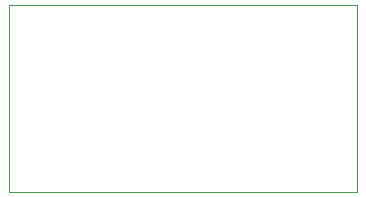
<source format=gbr>
%TF.GenerationSoftware,KiCad,Pcbnew,(5.1.8-0-10_14)*%
%TF.CreationDate,2021-03-11T12:17:28+11:00*%
%TF.ProjectId,Open-JIP(KiCad)_T3.6_OD,4f70656e-2d4a-4495-9028-4b6943616429,rev?*%
%TF.SameCoordinates,Original*%
%TF.FileFunction,Profile,NP*%
%FSLAX46Y46*%
G04 Gerber Fmt 4.6, Leading zero omitted, Abs format (unit mm)*
G04 Created by KiCad (PCBNEW (5.1.8-0-10_14)) date 2021-03-11 12:17:28*
%MOMM*%
%LPD*%
G01*
G04 APERTURE LIST*
%TA.AperFunction,Profile*%
%ADD10C,0.100000*%
%TD*%
G04 APERTURE END LIST*
D10*
X60275000Y-129875000D02*
X60275000Y-114050000D01*
X89675000Y-129875000D02*
X60275000Y-129875000D01*
X89675000Y-114050000D02*
X89675000Y-129875000D01*
X60275000Y-114050000D02*
X89675000Y-114050000D01*
M02*

</source>
